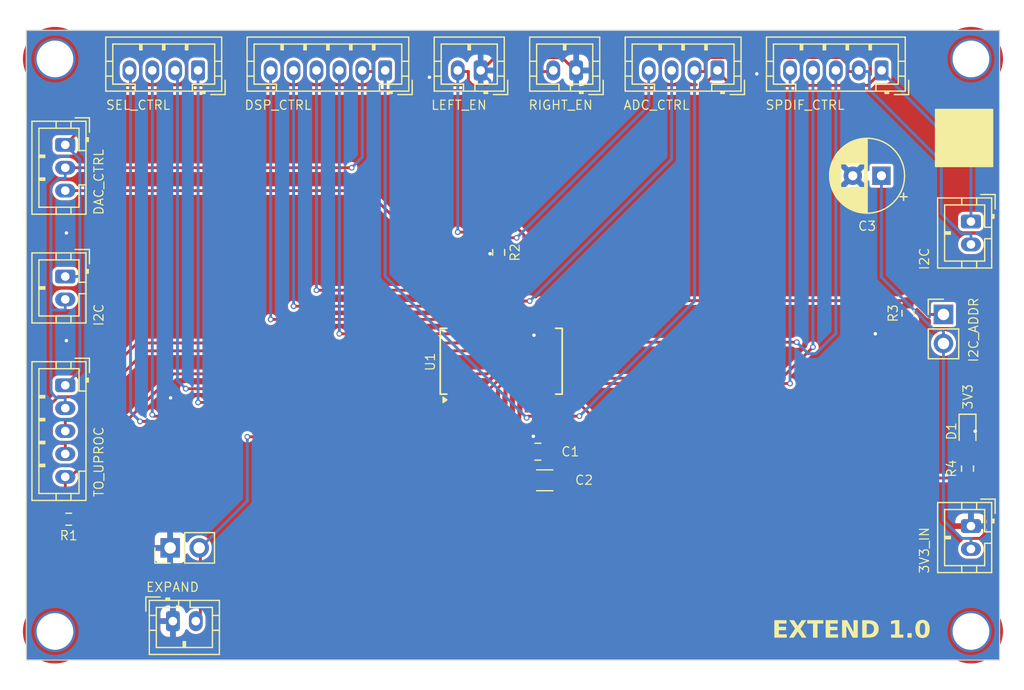
<source format=kicad_pcb>
(kicad_pcb (version 20240108) (generator "pcbnew") (generator_version "8.0")
  (layers (0 "F.Cu" signal) (31 "B.Cu" signal) (34 "B.Paste" user) (35 "F.Paste" user) (36 "B.SilkS" user "B.Silkscreen") (37 "F.SilkS" user "F.Silkscreen") (38 "B.Mask" user) (39 "F.Mask" user) (44 "Edge.Cuts" user))
  (net 0 "")
  (net 1 "GND")
  (net 2 "3V3")
  (net 3 "Net-(D1-A)")
  (net 5 "SCL")
  (net 6 "SDA")
  (net 8 "ADC_GPIO1")
  (net 9 "ADC_INT")
  (net 10 "A2")
  (net 11 "INTB")
  (net 12 "INTA")
  (net 13 "SPDIF_RESET")
  (net 14 "CHANSEL2")
  (net 15 "CHANSEL1")
  (net 16 "CHAN_EN")
  (net 17 "CHANSEL3")
  (net 18 "DSP_EN3")
  (net 19 "DSP_EN2")
  (net 20 "DSP_EN1")
  (net 21 "RESET")
  (net 22 "SPDIF_INT1")
  (net 23 "SPDIF_INT2")
  (net 24 "DSP_BOOT")
  (net 25 "EXPAND")
  (net 26 "MONOBLOCK_ENABLE")
  (net 27 "DAC_XSMT")
  (footprint "Connector_JST:JST_PH_B6B-PH-K_1x06_P2.00mm_Vertical" (layer "F.Cu") (at 117.24 67 180)
    (property "Reference" "J4" (hide yes))
    (property "Value" "Conn_01x06_Pin")
    (pad "1" thru_hole roundrect (at 0 0 180) (size 1.2 1.75) (drill 0.75) (layers "*.Cu" "*.Mask") (roundrect_rratio 0.208333) (net 5 "SCL"))
    (pad "2" thru_hole oval (at 2 0 180) (size 1.2 1.75) (drill 0.75) (layers "*.Cu" "*.Mask") (net 6 "SDA"))
    (pad "3" thru_hole oval (at 4 0 180) (size 1.2 1.75) (drill 0.75) (layers "*.Cu" "*.Mask") (net 20 "DSP_EN1"))
    (pad "4" thru_hole oval (at 6 0 180) (size 1.2 1.75) (drill 0.75) (layers "*.Cu" "*.Mask") (net 19 "DSP_EN2"))
    (pad "5" thru_hole oval (at 8 0 180) (size 1.2 1.75) (drill 0.75) (layers "*.Cu" "*.Mask") (net 18 "DSP_EN3"))
    (pad "6" thru_hole oval (at 10 0 180) (size 1.2 1.75) (drill 0.75) (layers "*.Cu" "*.Mask") (net 24 "DSP_BOOT"))
  )
  (footprint "Connector_JST:JST_PH_B5B-PH-K_1x05_P2.00mm_Vertical" (layer "F.Cu") (at 89.3 94.5 -90)
    (property "Reference" "J2" (hide yes))
    (property "Value" "Conn_01x05_Pin")
    (pad "1" thru_hole roundrect (at 0 0 270) (size 1.2 1.75) (drill 0.75) (layers "*.Cu" "*.Mask") (roundrect_rratio 0.2083333333) (net 5 "SCL"))
    (pad "2" thru_hole oval (at 2 0 270) (size 1.2 1.75) (drill 0.75) (layers "*.Cu" "*.Mask") (net 6 "SDA"))
    (pad "3" thru_hole oval (at 4 0 270) (size 1.2 1.75) (drill 0.75) (layers "*.Cu" "*.Mask") (net 11 "INTB"))
    (pad "4" thru_hole oval (at 6 0 270) (size 1.2 1.75) (drill 0.75) (layers "*.Cu" "*.Mask") (net 12 "INTA"))
    (pad "5" thru_hole oval (at 8 0 270) (size 1.2 1.75) (drill 0.75) (layers "*.Cu" "*.Mask") (net 21 "RESET"))
  )
  (footprint "Capacitor_THT:CP_Radial_D6.3mm_P2.50mm" (layer "F.Cu") (at 160.5824 76.2 180)
    (property "Reference" "C3" (at 1.25 -4.4 0) (layer "F.SilkS") (effects (font (size 0.8 0.8) (thickness 0.1))))
    (property "Value" "470u 10V")
    (pad "1" thru_hole rect (at 0 0 180) (size 1.6 1.6) (drill 0.8) (layers "*.Cu" "*.Mask") (net 2 "3V3"))
    (pad "2" thru_hole circle (at 2.5 0 180) (size 1.6 1.6) (drill 0.8) (layers "*.Cu" "*.Mask") (net 1 "GND"))
  )
  (footprint "Connector_JST:JST_PH_B2B-PH-K_1x02_P2.00mm_Vertical" (layer "F.Cu") (at 98.7 115.1)
    (property "Reference" "J13" (hide yes))
    (property "Value" "Conn_01x02_Male")
    (pad "1" thru_hole roundrect (at 0 0) (size 1.2 1.75) (drill 0.75) (layers "*.Cu" "*.Mask") (roundrect_rratio 0.208333) (net 1 "GND"))
    (pad "2" thru_hole oval (at 2 0) (size 1.2 1.75) (drill 0.75) (layers "*.Cu" "*.Mask") (net 25 "EXPAND"))
  )
  (footprint "MountingHole:MountingHole_3.2mm_M3_DIN965_Pad_TopOnly" (layer "F.Cu") (at 88.4 66 90)
    (property "Reference" "H1" (hide yes))
    (property "Value" "MountingHole")
    (pad "1" thru_hole circle (at 0 0 90) (size 3.6 3.6) (drill 3.2) (layers "*.Cu" "*.Mask"))
    (pad "1" connect circle (at 0 0 90) (size 5.6 5.6) (layers "F.Cu" "F.Mask"))
  )
  (footprint "MountingHole:MountingHole_3.2mm_M3_DIN965_Pad_TopOnly" (layer "F.Cu") (at 88.4 116 90)
    (property "Reference" "H2" (hide yes))
    (property "Value" "MountingHole")
    (pad "1" thru_hole circle (at 0 0 90) (size 3.6 3.6) (drill 3.2) (layers "*.Cu" "*.Mask"))
    (pad "1" connect circle (at 0 0 90) (size 5.6 5.6) (layers "F.Cu" "F.Mask"))
  )
  (footprint "MountingHole:MountingHole_3.2mm_M3_DIN965_Pad_TopOnly" (layer "F.Cu") (at 168.4 66 90)
    (property "Reference" "H3" (hide yes))
    (property "Value" "MountingHole")
    (pad "1" thru_hole circle (at 0 0 90) (size 3.6 3.6) (drill 3.2) (layers "*.Cu" "*.Mask"))
    (pad "1" connect circle (at 0 0 90) (size 5.6 5.6) (layers "F.Cu" "F.Mask"))
  )
  (footprint "Connector_JST:JST_PH_B2B-PH-K_1x02_P2.00mm_Vertical" (layer "F.Cu") (at 89.3 85 -90)
    (property "Reference" "J1" (hide yes))
    (property "Value" "Conn_01x02_Male")
    (pad "1" thru_hole roundrect (at 0 0 270) (size 1.2 1.75) (drill 0.75) (layers "*.Cu" "*.Mask") (roundrect_rratio 0.208333) (net 5 "SCL"))
    (pad "2" thru_hole oval (at 2 0 270) (size 1.2 1.75) (drill 0.75) (layers "*.Cu" "*.Mask") (net 6 "SDA"))
  )
  (footprint "Connector_JST:JST_PH_B5B-PH-K_1x05_P2.00mm_Vertical" (layer "F.Cu") (at 160.6 67 180)
    (property "Reference" "J8" (hide yes))
    (property "Value" "Conn_01x05_Pin")
    (pad "1" thru_hole roundrect (at 0 0 180) (size 1.2 1.75) (drill 0.75) (layers "*.Cu" "*.Mask") (roundrect_rratio 0.208333) (net 5 "SCL"))
    (pad "2" thru_hole oval (at 2 0 180) (size 1.2 1.75) (drill 0.75) (layers "*.Cu" "*.Mask") (net 6 "SDA"))
    (pad "3" thru_hole oval (at 4 0 180) (size 1.2 1.75) (drill 0.75) (layers "*.Cu" "*.Mask") (net 22 "SPDIF_INT1"))
    (pad "4" thru_hole oval (at 6 0 180) (size 1.2 1.75) (drill 0.75) (layers "*.Cu" "*.Mask") (net 23 "SPDIF_INT2"))
    (pad "5" thru_hole oval (at 8 0 180) (size 1.2 1.75) (drill 0.75) (layers "*.Cu" "*.Mask") (net 13 "SPDIF_RESET"))
  )
  (footprint "Connector_JST:JST_PH_B4B-PH-K_1x04_P2.00mm_Vertical" (layer "F.Cu") (at 100.9 67 180)
    (property "Reference" "J3" (hide yes))
    (property "Value" "Conn_01x04_Pin")
    (pad "1" thru_hole roundrect (at 0 0 180) (size 1.2 1.75) (drill 0.75) (layers "*.Cu" "*.Mask") (roundrect_rratio 0.208333) (net 15 "CHANSEL1"))
    (pad "2" thru_hole oval (at 2 0 180) (size 1.2 1.75) (drill 0.75) (layers "*.Cu" "*.Mask") (net 14 "CHANSEL2"))
    (pad "3" thru_hole oval (at 4 0 180) (size 1.2 1.75) (drill 0.75) (layers "*.Cu" "*.Mask") (net 17 "CHANSEL3"))
    (pad "4" thru_hole oval (at 6 0 180) (size 1.2 1.75) (drill 0.75) (layers "*.Cu" "*.Mask") (net 16 "CHAN_EN"))
  )
  (footprint "Connector_PinHeader_2.54mm:PinHeader_1x02_P2.54mm_Vertical" (layer "F.Cu") (at 98.46 108.7 90)
    (property "Reference" "J14" (hide yes))
    (property "Value" "Conn_01x02_Male")
    (pad "1" thru_hole rect (at 0 0 90) (size 1.7 1.7) (drill 1) (layers "*.Cu" "*.Mask") (net 1 "GND"))
    (pad "2" thru_hole oval (at 0 2.54 90) (size 1.7 1.7) (drill 1) (layers "*.Cu" "*.Mask") (net 25 "EXPAND"))
  )
  (footprint "Connector_JST:JST_PH_B2B-PH-K_1x02_P2.00mm_Vertical" (layer "F.Cu") (at 125.58 67 180)
    (property "Reference" "J5" (hide yes))
    (property "Value" "Conn_01x02_Male")
    (pad "1" thru_hole roundrect (at 0 0 180) (size 1.2 1.75) (drill 0.75) (layers "*.Cu" "*.Mask") (roundrect_rratio 0.208333) (net 1 "GND"))
    (pad "2" thru_hole oval (at 2 0 180) (size 1.2 1.75) (drill 0.75) (layers "*.Cu" "*.Mask") (net 26 "MONOBLOCK_ENABLE"))
  )
  (footprint "Connector_JST:JST_PH_B4B-PH-K_1x04_P2.00mm_Vertical" (layer "F.Cu") (at 146.26 67 180)
    (property "Reference" "J7" (hide yes))
    (property "Value" "Conn_01x04_Pin")
    (pad "1" thru_hole roundrect (at 0 0 180) (size 1.2 1.75) (drill 0.75) (layers "*.Cu" "*.Mask") (roundrect_rratio 0.208333) (net 5 "SCL"))
    (pad "2" thru_hole oval (at 2 0 180) (size 1.2 1.75) (drill 0.75) (layers "*.Cu" "*.Mask") (net 6 "SDA"))
    (pad "3" thru_hole oval (at 4 0 180) (size 1.2 1.75) (drill 0.75) (layers "*.Cu" "*.Mask") (net 8 "ADC_GPIO1"))
    (pad "4" thru_hole oval (at 6 0 180) (size 1.2 1.75) (drill 0.75) (layers "*.Cu" "*.Mask") (net 9 "ADC_INT"))
  )
  (footprint "Resistor_SMD:R_0603_1608Metric_Pad0.98x0.95mm_HandSolder" (layer "F.Cu") (at 127.15 82.9 -90)
    (property "Reference" "R2" (at 0 -1.43 90) (layer "F.SilkS") (effects (font (size 0.8 0.8) (thickness 0.1))))
    (property "Value" "4.7K")
    (pad "1" smd roundrect (at -0.9125 0 270) (size 0.975 0.95) (layers "F.Cu" "F.Paste" "F.Mask") (net 1 "GND"))
    (pad "2" smd roundrect (at 0.9125 0 270) (size 0.975 0.95) (layers "F.Cu" "F.Paste" "F.Mask") (net 26 "MONOBLOCK_ENABLE"))
  )
  (footprint "Resistor_SMD:R_0603_1608Metric" (layer "F.Cu") (at 168.1 101.775 -90)
    (property "Reference" "R4" (at 0 1.4 90) (layer "F.SilkS") (effects (font (size 0.8 0.8) (thickness 0.1))))
    (property "Value" "150R")
    (pad "1" smd roundrect (at -0.825 0 270) (size 0.8 0.95) (layers "F.Cu" "F.Paste" "F.Mask") (net 3 "Net-(D1-A)"))
    (pad "2" smd roundrect (at 0.825 0 270) (size 0.8 0.95) (layers "F.Cu" "F.Paste" "F.Mask") (net 2 "3V3"))
  )
  (footprint "Connector_JST:JST_PH_B2B-PH-K_1x02_P2.00mm_Vertical" (layer "F.Cu") (at 168.4 80.2 -90)
    (property "Reference" "J10" (hide yes))
    (property "Value" "Conn_01x02_Male")
    (pad "1" thru_hole roundrect (at 0 0 270) (size 1.2 1.75) (drill 0.75) (layers "*.Cu" "*.Mask") (roundrect_rratio 0.208333) (net 5 "SCL"))
    (pad "2" thru_hole oval (at 2 0 270) (size 1.2 1.75) (drill 0.75) (layers "*.Cu" "*.Mask") (net 6 "SDA"))
  )
  (footprint "Connector_JST:JST_PH_B2B-PH-K_1x02_P2.00mm_Vertical" (layer "F.Cu") (at 133.92 67 180)
    (property "Reference" "J6" (hide yes))
    (property "Value" "Conn_01x02_Male")
    (pad "1" thru_hole roundrect (at 0 0 180) (size 1.2 1.75) (drill 0.75) (layers "*.Cu" "*.Mask") (roundrect_rratio 0.208333) (net 1 "GND"))
    (pad "2" thru_hole oval (at 2 0 180) (size 1.2 1.75) (drill 0.75) (layers "*.Cu" "*.Mask") (net 26 "MONOBLOCK_ENABLE"))
  )
  (footprint "Capacitor_SMD:C_0805_2012Metric_Pad1.18x1.45mm_HandSolder" (layer "F.Cu") (at 130.575 100.3 180)
    (property "Reference" "C1" (at -2.8375 0 0) (layer "F.SilkS") (effects (font (size 0.8 0.8) (thickness 0.1))))
    (property "Value" "0.1u")
    (pad "1" smd roundrect (at -1.0375 0 180) (size 1.175 1.45) (layers "F.Cu" "F.Paste" "F.Mask") (roundrect_rratio 0.2127659574) (net 1 "GND"))
    (pad "2" smd roundrect (at 1.0375 0 180) (size 1.175 1.45) (layers "F.Cu" "F.Paste" "F.Mask") (roundrect_rratio 0.2127659574) (net 2 "3V3"))
  )
  (footprint "Connector_JST:JST_PH_B2B-PH-K_1x02_P2.00mm_Vertical" (layer "F.Cu") (at 168.4 106.8 -90)
    (property "Reference" "J11" (hide yes))
    (property "Value" "Conn_01x02_Pin")
    (pad "1" thru_hole roundrect (at 0 0 270) (size 1.2 1.75) (drill 0.75) (layers "*.Cu" "*.Mask") (roundrect_rratio 0.208333) (net 1 "GND"))
    (pad "2" thru_hole oval (at 2 0 270) (size 1.2 1.75) (drill 0.75) (layers "*.Cu" "*.Mask") (net 2 "3V3"))
  )
  (footprint "Resistor_SMD:R_0603_1608Metric_Pad0.98x0.95mm_HandSolder" (layer "F.Cu") (at 89.6 106.2 180)
    (property "Reference" "R1" (at 0 -1.43 0) (layer "F.SilkS") (effects (font (size 0.8 0.8) (thickness 0.1))))
    (property "Value" "4.7K")
    (pad "1" smd roundrect (at -0.9125 0 180) (size 0.975 0.95) (layers "F.Cu" "F.Paste" "F.Mask") (net 1 "GND"))
    (pad "2" smd roundrect (at 0.9125 0 180) (size 0.975 0.95) (layers "F.Cu" "F.Paste" "F.Mask") (net 21 "RESET"))
  )
  (footprint "Capacitor_SMD:C_1206_3216Metric_Pad1.33x1.80mm_HandSolder" (layer "F.Cu") (at 131.175 102.8 180)
    (property "Reference" "C2" (at -3.4375 0.02 0) (layer "F.SilkS") (effects (font (size 0.8 0.8) (thickness 0.1))))
    (property "Value" "10U")
    (pad "1" smd roundrect (at -1.5625 0 180) (size 1.325 1.8) (layers "F.Cu" "F.Paste" "F.Mask") (roundrect_rratio 0.1886792453) (net 1 "GND"))
    (pad "2" smd roundrect (at 1.5625 0 180) (size 1.325 1.8) (layers "F.Cu" "F.Paste" "F.Mask") (roundrect_rratio 0.1886792453) (net 2 "3V3"))
  )
  (footprint "LED_SMD:LED_0603_1608Metric" (layer "F.Cu") (at 168.1 98.5125 -90)
    (property "Reference" "D1" (at 0 1.4 90) (layer "F.SilkS") (effects (font (size 0.8 0.8) (thickness 0.1))))
    (property "Value" "BLUE")
    (pad "1" smd roundrect (at -0.7875 0 270) (size 0.875 0.95) (layers "F.Cu" "F.Paste" "F.Mask") (net 1 "GND"))
    (pad "2" smd roundrect (at 0.7875 0 270) (size 0.875 0.95) (layers "F.Cu" "F.Paste" "F.Mask") (net 3 "Net-(D1-A)"))
  )
  (footprint "MountingHole:MountingHole_3.2mm_M3_DIN965_Pad_TopOnly" (layer "F.Cu") (at 168.4 116 90)
    (property "Reference" "H4" (hide yes))
    (property "Value" "MountingHole")
    (pad "1" thru_hole circle (at 0 0 90) (size 3.6 3.6) (drill 3.2) (layers "*.Cu" "*.Mask"))
    (pad "1" connect circle (at 0 0 90) (size 5.6 5.6) (layers "F.Cu" "F.Mask"))
  )
  (footprint "Connector_PinHeader_2.54mm:PinHeader_1x02_P2.54mm_Vertical" (layer "F.Cu") (at 166 88.3125)
    (property "Reference" "J9" (hide yes))
    (property "Value" "Conn_01x02_Pin")
    (pad "1" thru_hole rect (at 0 0) (size 1.7 1.7) (drill 1) (layers "*.Cu" "*.Mask") (net 10 "A2"))
    (pad "2" thru_hole oval (at 0 2.54) (size 1.7 1.7) (drill 1) (layers "*.Cu" "*.Mask") (net 2 "3V3"))
  )
  (footprint "Connector_JST:JST_PH_B3B-PH-K_1x03_P2.00mm_Vertical" (layer "F.Cu") (at 89.3 73.5 -90)
    (property "Reference" "J12" (hide yes))
    (property "Value" "Conn_01x03_Pin")
    (pad "1" thru_hole roundrect (at 0 0 270) (size 1.2 1.75) (drill 0.75) (layers "*.Cu" "*.Mask") (roundrect_rratio 0.208333) (net 5 "SCL"))
    (pad "2" thru_hole oval (at 2 0 270) (size 1.2 1.75) (drill 0.75) (layers "*.Cu" "*.Mask") (net 6 "SDA"))
    (pad "3" thru_hole oval (at 4 0 270) (size 1.2 1.75) (drill 0.75) (layers "*.Cu" "*.Mask") (net 27 "DAC_XSMT"))
  )
  (footprint "Package_SO:SSOP-28_5.3x10.2mm_P0.65mm" (layer "F.Cu") (at 127.375 92.4 90)
    (property "Reference" "U1" (at -0.0625 -6.2 90) (layer "F.SilkS") (effects (font (size 0.8 0.8) (thickness 0.1))))
    (property "Value" "MCP23017_SS")
    (pad "1" smd rect (at -3.6 -4.225 90) (size 1.75 0.45) (layers "F.Cu" "F.Paste" "F.Mask") (net 15 "CHANSEL1"))
    (pad "2" smd rect (at -3.6 -3.575 90) (size 1.75 0.45) (layers "F.Cu" "F.Paste" "F.Mask") (net 14 "CHANSEL2"))
    (pad "3" smd rect (at -3.6 -2.925 90) (size 1.75 0.45) (layers "F.Cu" "F.Paste" "F.Mask") (net 17 "CHANSEL3"))
    (pad "4" smd rect (at -3.6 -2.275 90) (size 1.75 0.45) (layers "F.Cu" "F.Paste" "F.Mask") (net 16 "CHAN_EN"))
    (pad "5" smd rect (at -3.6 -1.625 90) (size 1.75 0.45) (layers "F.Cu" "F.Paste" "F.Mask") (net 25 "EXPAND"))
    (pad "6" smd rect (at -3.6 -0.975 90) (size 1.75 0.45) (layers "F.Cu" "F.Paste" "F.Mask") (net 22 "SPDIF_INT1"))
    (pad "7" smd rect (at -3.6 -0.325 90) (size 1.75 0.45) (layers "F.Cu" "F.Paste" "F.Mask") (net 23 "SPDIF_INT2"))
    (pad "8" smd rect (at -3.6 0.325 90) (size 1.75 0.45) (layers "F.Cu" "F.Paste" "F.Mask") (net 13 "SPDIF_RESET"))
    (pad "9" smd rect (at -3.6 0.975 90) (size 1.75 0.45) (layers "F.Cu" "F.Paste" "F.Mask") (net 2 "3V3"))
    (pad "10" smd rect (at -3.6 1.625 90) (size 1.75 0.45) (layers "F.Cu" "F.Paste" "F.Mask") (net 1 "GND"))
    (pad "11" smd rect (at -3.6 2.275 90) (size 1.75 0.45) (layers "F.Cu" "F.Paste" "F.Mask"))
    (pad "12" smd rect (at -3.6 2.925 90) (size 1.75 0.45) (layers "F.Cu" "F.Paste" "F.Mask") (net 5 "SCL"))
    (pad "13" smd rect (at -3.6 3.575 90) (size 1.75 0.45) (layers "F.Cu" "F.Paste" "F.Mask") (net 6 "SDA"))
    (pad "14" smd rect (at -3.6 4.225 90) (size 1.75 0.45) (layers "F.Cu" "F.Paste" "F.Mask"))
    (pad "15" smd rect (at 3.6 4.225 90) (size 1.75 0.45) (layers "F.Cu" "F.Paste" "F.Mask") (net 1 "GND"))
    (pad "16" smd rect (at 3.6 3.575 90) (size 1.75 0.45) (layers "F.Cu" "F.Paste" "F.Mask") (net 1 "GND"))
    (pad "17" smd rect (at 3.6 2.925 90) (size 1.75 0.45) (layers "F.Cu" "F.Paste" "F.Mask") (net 10 "A2"))
    (pad "18" smd rect (at 3.6 2.275 90) (size 1.75 0.45) (layers "F.Cu" "F.Paste" "F.Mask") (net 21 "RESET"))
    (pad "19" smd rect (at 3.6 1.625 90) (size 1.75 0.45) (layers "F.Cu" "F.Paste" "F.Mask") (net 11 "INTB"))
    (pad "20" smd rect (at 3.6 0.975 90) (size 1.75 0.45) (layers "F.Cu" "F.Paste" "F.Mask") (net 12 "INTA"))
    (pad "21" smd rect (at 3.6 0.325 90) (size 1.75 0.45) (layers "F.Cu" "F.Paste" "F.Mask") (net 8 "ADC_GPIO1"))
    (pad "22" smd rect (at 3.6 -0.325 90) (size 1.75 0.45) (layers "F.Cu" "F.Paste" "F.Mask") (net 9 "ADC_INT"))
    (pad "23" smd rect (at 3.6 -0.975 90) (size 1.75 0.45) (layers "F.Cu" "F.Paste" "F.Mask") (net 26 "MONOBLOCK_ENABLE"))
    (pad "24" smd rect (at 3.6 -1.625 90) (size 1.75 0.45) (layers "F.Cu" "F.Paste" "F.Mask") (net 27 "DAC_XSMT"))
    (pad "25" smd rect (at 3.6 -2.275 90) (size 1.75 0.45) (layers "F.Cu" "F.Paste" "F.Mask") (net 20 "DSP_EN1"))
    (pad "26" smd rect (at 3.6 -2.925 90) (size 1.75 0.45) (layers "F.Cu" "F.Paste" "F.Mask") (net 19 "DSP_EN2"))
    (pad "27" smd rect (at 3.6 -3.575 90) (size 1.75 0.45) (layers "F.Cu" "F.Paste" "F.Mask") (net 18 "DSP_EN3"))
    (pad "28" smd rect (at 3.6 -4.225 90) (size 1.75 0.45) (layers "F.Cu" "F.Paste" "F.Mask") (net 24 "DSP_BOOT"))
  )
  (footprint "Resistor_SMD:R_0603_1608Metric_Pad0.98x0.95mm_HandSolder" (layer "F.Cu") (at 162.9 88.2125 -90)
    (property "Reference" "R3" (at 0 1.3 90) (layer "F.SilkS") (effects (font (size 0.8 0.8) (thickness 0.1))))
    (property "Value" "4.7K")
    (pad "1" smd roundrect (at -0.9125 0 270) (size 0.975 0.95) (layers "F.Cu" "F.Paste" "F.Mask") (net 10 "A2"))
    (pad "2" smd roundrect (at 0.9125 0 270) (size 0.975 0.95) (layers "F.Cu" "F.Paste" "F.Mask") (net 1 "GND"))
  )
  (gr_rect (start 165.3 70.4) (end 170.3 75.4) (stroke (width 0.1)) (fill solid) (layer "F.SilkS"))
  (gr_line (start 170.9 63.5) (end 170.9 118.5) (stroke (width 0.1)) (layer "Edge.Cuts"))
  (gr_line (start 85.9 63.5) (end 170.9 63.5) (stroke (width 0.1)) (layer "Edge.Cuts"))
  (gr_line (start 85.9 118.5) (end 85.9 63.5) (stroke (width 0.1)) (layer "Edge.Cuts"))
  (gr_line (start 170.9 118.5) (end 85.9 118.5) (stroke (width 0.1)) (layer "Edge.Cuts"))
  (gr_text "ADC_CTRL" (at 138 70.5 0) (layer "F.SilkS") (effects (font (size 0.8 0.8) (thickness 0.1)) (justify left bottom)))
  (gr_text "RIGHT_EN\n" (at 129.7 70.5 0) (layer "F.SilkS") (effects (font (size 0.8 0.8) (thickness 0.1)) (justify left bottom)))
  (gr_text "3V3" (at 168.599979 96.675 90) (layer "F.SilkS") (effects (font (size 0.8 0.8) (thickness 0.1)) (justify left bottom)))
  (gr_text "SPDIF_CTRL" (at 150.4 70.5 0) (layer "F.SilkS") (effects (font (size 0.8 0.8) (thickness 0.1)) (justify left bottom)))
  (gr_text "LEFT_EN" (at 121.2 70.5 0) (layer "F.SilkS") (effects (font (size 0.8 0.8) (thickness 0.1)) (justify left bottom)))
  (gr_text "SEL_CTRL" (at 92.8 70.5 0) (layer "F.SilkS") (effects (font (size 0.8 0.8) (thickness 0.1)) (justify left bottom)))
  (gr_text "I2C" (at 92.7 89.4 90) (layer "F.SilkS") (effects (font (size 0.8 0.8) (thickness 0.1)) (justify left bottom)))
  (gr_text "I2C_ADDR" (at 169.1 92.5525 90) (layer "F.SilkS") (effects (font (size 0.8 0.8) (thickness 0.1)) (justify left bottom)))
  (gr_text "I2C" (at 164.8 84.5 90) (layer "F.SilkS") (effects (font (size 0.8 0.8) (thickness 0.1)) (justify left bottom)))
  (gr_text "3V3_IN" (at 164.8 111 90) (layer "F.SilkS") (effects (font (size 0.8 0.8) (thickness 0.1)) (justify left bottom)))
  (gr_text "EXTEND 1.0" (at 164.9 116.8 0) (layer "F.SilkS") (effects (font (size 1.5 1.5) (thickness 0.1) (bold yes)) (justify right bottom)))
  (gr_text "DSP_CTRL" (at 104.9 70.5 0) (layer "F.SilkS") (effects (font (size 0.8 0.8) (thickness 0.1)) (justify left bottom)))
  (gr_text "DAC_CTRL" (at 92.7 79.7 90) (layer "F.SilkS") (effects (font (size 0.8 0.8) (thickness 0.1)) (justify left bottom)))
  (gr_text "TO_UPROC" (at 92.7 104.325 90) (layer "F.SilkS") (effects (font (size 0.8 0.8) (thickness 0.1)) (justify left bottom)))
  (gr_text "EXPAND" (at 96.3 112.6 0) (layer "F.SilkS") (effects (font (size 0.8 0.8) (thickness 0.1)) (justify left bottom)))
  (segment (start 162.9 89.125) (end 162.0233 90.0017) (width 0.25) (layer "F.Cu") (net 1))
  (segment (start 131.6 90.0017) (end 130.3638 90.0017) (width 0.25) (layer "F.Cu") (net 1))
  (segment (start 126.3998 83.0144) (end 126.3998 82.7377) (width 0.25) (layer "F.Cu") (net 1))
  (segment (start 126.3998 82.7377) (end 127.15 81.9875) (width 0.25) (layer "F.Cu") (net 1))
  (segment (start 130.3638 90.0017) (end 130.2377 90.1278) (width 0.25) (layer "F.Cu") (net 1))
  (segment (start 130.95 87.5983) (end 131.6 87.5983) (width 0.25) (layer "F.Cu") (net 1))
  (segment (start 132.7162 65.8962) (end 133.92 67.1) (width 0.25) (layer "F.Cu") (net 1))
  (segment (start 131.6125 100.3) (end 130.2695 98.957) (width 0.25) (layer "F.Cu") (net 1))
  (segment (start 126.7838 65.8962) (end 132.7162 65.8962) (width 0.25) (layer "F.Cu") (net 1))
  (segment (start 129 97.7763) (end 130.1807 98.957) (width 0.25) (layer "F.Cu") (net 1))
  (segment (start 168.7682 98.5134) (end 168.7682 98.3932) (width 0.25) (layer "F.Cu") (net 1))
  (segment (start 131.6 88.8) (end 131.6 87.5983) (width 0.25) (layer "F.Cu") (net 1))
  (segment (start 131.6125 101.675) (end 131.6125 100.3) (width 0.25) (layer "F.Cu") (net 1))
  (segment (start 168.7682 98.3932) (end 168.1 97.725) (width 0.25) (layer "F.Cu") (net 1))
  (segment (start 90.5125 106.2) (end 129.3375 106.2) (width 0.25) (layer "F.Cu") (net 1))
  (segment (start 129.3375 106.2) (end 132.7375 102.8) (width 0.25) (layer "F.Cu") (net 1))
  (segment (start 129 96) (end 129 97.7763) (width 0.25) (layer "F.Cu") (net 1))
  (segment (start 132.7375 102.8) (end 131.6125 101.675) (width 0.25) (layer "F.Cu") (net 1))
  (segment (start 130.95 88.8) (end 130.95 87.5983) (width 0.25) (layer "F.Cu") (net 1))
  (segment (start 131.6 88.8) (end 131.6 90.0017) (width 0.25) (layer "F.Cu") (net 1))
  (segment (start 162.0233 91.6483) (end 162.0233 90.0017) (width 0.25) (layer "F.Cu") (net 1))
  (segment (start 130.2695 98.957) (end 130.1807 98.957) (width 0.25) (layer "F.Cu") (net 1))
  (segment (start 162.0233 90.0017) (end 160.0462 90.0017) (width 0.25) (layer "F.Cu") (net 1))
  (segment (start 168.1 97.725) (end 162.0233 91.6483) (width 0.25) (layer "F.Cu") (net 1))
  (segment (start 160.0462 90.0017) (end 131.6 90.0017) (width 0.25) (layer "F.Cu") (net 1))
  (segment (start 125.58 67.1) (end 126.7838 65.8962) (width 0.25) (layer "F.Cu") (net 1))
  (via (at 160.0462 90.0017) (size 0.5) (drill 0.3) (layers "F.Cu" "B.Cu") (net 1))
  (via (at 130.1807 98.957) (size 0.5) (drill 0.3) (layers "F.Cu" "B.Cu") (net 1))
  (via (at 89.4 81.2) (size 0.5) (drill 0.3) (layers "F.Cu" "B.Cu") (net 1))
  (via (at 121.1 67.6) (size 0.5) (drill 0.3) (layers "F.Cu" "B.Cu") (net 1))
  (via (at 130.2377 90.1278) (size 0.5) (drill 0.3) (layers "F.Cu" "B.Cu") (net 1))
  (via (at 149.7 67.3) (size 0.5) (drill 0.3) (layers "F.Cu" "B.Cu") (net 1))
  (via (at 168.7682 98.5134) (size 0.5) (drill 0.3) (layers "F.Cu" "B.Cu") (net 1))
  (via (at 98.5 95.6) (size 0.5) (drill 0.3) (layers "F.Cu" "B.Cu") (net 1))
  (via (at 126.3998 83.0144) (size 0.5) (drill 0.3) (layers "F.Cu" "B.Cu") (net 1))
  (via (at 89.4 90.6) (size 0.5) (drill 0.3) (layers "F.Cu" "B.Cu") (net 1))
  (segment (start 168.4 98.8816) (end 168.7682 98.5134) (width 0.25) (layer "B.Cu") (net 1))
  (segment (start 130.1807 90.1278) (end 130.2377 90.1278) (width 0.25) (layer "B.Cu") (net 1))
  (segment (start 158.0824 76.2) (end 160.0462 78.1638) (width 0.25) (layer "B.Cu") (net 1))
  (segment (start 126.3998 83.0144) (end 126.3998 86.3469) (width 0.25) (layer "B.Cu") (net 1))
  (segment (start 168.4 106.8) (end 168.4 98.8816) (width 0.25) (layer "B.Cu") (net 1))
  (segment (start 160.0462 78.1638) (end 160.0462 90.0017) (width 0.25) (layer "B.Cu") (net 1))
  (segment (start 130.1807 90.1278) (end 130.1807 98.957) (width 0.25) (layer "B.Cu") (net 1))
  (segment (start 126.3998 86.3469) (end 130.1807 90.1278) (width 0.25) (layer "B.Cu") (net 1))
  (segment (start 126.3998 67.9198) (end 126.3998 83.0144) (width 0.25) (layer "B.Cu") (net 1))
  (segment (start 125.58 67.1) (end 126.3998 67.9198) (width 0.25) (layer "B.Cu") (net 1))
  (segment (start 129.5375 100.3) (end 128.35 99.1125) (width 0.25) (layer "F.Cu") (net 2))
  (segment (start 128.35 96) (end 128.35 94.7983) (width 0.25) (layer "F.Cu") (net 2))
  (segment (start 140.696 102.6) (end 132.8943 94.7983) (width 0.25) (layer "F.Cu") (net 2))
  (segment (start 168.4 107.8733) (end 169.1929 107.8733) (width 0.25) (layer "F.Cu") (net 2))
  (segment (start 132.8943 94.7983) (end 128.35 94.7983) (width 0.25) (layer "F.Cu") (net 2))
  (segment (start 129.5375 102.725) (end 129.5375 100.3) (width 0.25) (layer "F.Cu") (net 2))
  (segment (start 168.4 108.8) (end 168.4 107.8733) (width 0.25) (layer "F.Cu") (net 2))
  (segment (start 169.6068 104.1068) (end 168.1 102.6) (width 0.25) (layer "F.Cu") (net 2))
  (segment (start 128.35 99.1125) (end 128.35 96) (width 0.25) (layer "F.Cu") (net 2))
  (segment (start 129.6125 102.8) (end 129.5375 102.725) (width 0.25) (layer "F.Cu") (net 2))
  (segment (start 168.1 102.6) (end 140.696 102.6) (width 0.25) (layer "F.Cu") (net 2))
  (segment (start 169.1929 107.8733) (end 169.6068 107.4594) (width 0.25) (layer "F.Cu") (net 2))
  (segment (start 169.6068 107.4594) (end 169.6068 104.1068) (width 0.25) (layer "F.Cu") (net 2))
  (segment (start 165.191 89.6758) (end 160.5824 85.0672) (width 0.25) (layer "B.Cu") (net 2))
  (segment (start 168.4 108.8) (end 168.4 107.8733) (width 0.25) (layer "B.Cu") (net 2))
  (segment (start 166 106.2842) (end 166 90.8525) (width 0.25) (layer "B.Cu") (net 2))
  (segment (start 168.4 107.8733) (end 167.5891 107.8733) (width 0.25) (layer "B.Cu") (net 2))
  (segment (start 166 89.6758) (end 165.191 89.6758) (width 0.25) (layer "B.Cu") (net 2))
  (segment (start 166 90.8525) (end 166 89.6758) (width 0.25) (layer "B.Cu") (net 2))
  (segment (start 160.5824 85.0672) (end 160.5824 76.2) (width 0.25) (layer "B.Cu") (net 2))
  (segment (start 167.5891 107.8733) (end 166 106.2842) (width 0.25) (layer "B.Cu") (net 2))
  (segment (start 168.1 99.3) (end 168.1 100.95) (width 0.25) (layer "F.Cu") (net 3))
  (segment (start 159.3941 68.3059) (end 160.6 67.1) (width 0.25) (layer "F.Cu") (net 5))
  (segment (start 129.7336 97.2017) (end 129.5937 97.3416) (width 0.25) (layer "F.Cu") (net 5))
  (segment (start 94.0382 68.7618) (end 117.24 68.7618) (width 0.25) (layer "F.Cu") (net 5))
  (segment (start 147.4659 68.3059) (end 159.3941 68.3059) (width 0.25) (layer "F.Cu") (net 5))
  (segment (start 146.26 67.1) (end 147.4659 68.3059) (width 0.25) (layer "F.Cu") (net 5))
  (segment (start 130.3 96) (end 130.3 97.2017) (width 0.25) (layer "F.Cu") (net 5))
  (segment (start 144.5982 68.7618) (end 117.24 68.7618) (width 0.25) (layer "F.Cu") (net 5))
  (segment (start 130.3 97.2017) (end 129.7336 97.2017) (width 0.25) (layer "F.Cu") (net 5))
  (segment (start 117.24 68.7618) (end 117.24 67.1) (width 0.25) (layer "F.Cu") (net 5))
  (segment (start 89.3 73.5) (end 94.0382 68.7618) (width 0.25) (layer "F.Cu") (net 5))
  (segment (start 146.26 67.1) (end 144.5982 68.7618) (width 0.25) (layer "F.Cu") (net 5))
  (via (at 129.5937 97.3416) (size 0.5) (drill 0.3) (layers "F.Cu" "B.Cu") (net 5))
  (segment (start 90.5706 74.7706) (end 89.3 73.5) (width 0.25) (layer "B.Cu") (net 5))
  (segment (start 117.24 67.1) (end 117.24 84.9879) (width 0.25) (layer "B.Cu") (net 5))
  (segment (start 160.6 67.1) (end 168.4 74.9) (width 0.25) (layer "B.Cu") (net 5))
  (segment (start 89.3 94.5) (end 90.5706 93.2294) (width 0.25) (layer "B.Cu") (net 5))
  (segment (start 90.5706 93.2294) (end 90.5706 85) (width 0.25) (layer "B.Cu") (net 5))
  (segment (start 89.3 85) (end 90.5706 85) (width 0.25) (layer "B.Cu") (net 5))
  (segment (start 90.5706 85) (end 90.5706 74.7706) (width 0.25) (layer "B.Cu") (net 5))
  (segment (start 117.24 84.9879) (end 129.5937 97.3416) (width 0.25) (layer "B.Cu") (net 5))
  (segment (start 168.4 74.9) (end 168.4 80.2) (width 0.25) (layer "B.Cu") (net 5))
  (segment (start 145.1867 67.1) (end 145.1867 66.2891) (width 0.25) (layer "F.Cu") (net 6))
  (segment (start 116.1667 66.2891) (end 116.1667 67.1) (width 0.25) (layer "F.Cu") (net 6))
  (segment (start 145.5972 65.8786) (end 157.0311 65.8786) (width 0.25) (layer "F.Cu") (net 6))
  (segment (start 144.26 67.1) (end 145.1867 67.1) (width 0.25) (layer "F.Cu") (net 6))
  (segment (start 158.6 67.1) (end 157.6733 67.1) (width 0.25) (layer "F.Cu") (net 6))
  (segment (start 157.6733 66.5208) (end 157.6733 67.1) (width 0.25) (layer "F.Cu") (net 6))
  (segment (start 157.0311 65.8786) (end 157.6733 66.5208) (width 0.25) (layer "F.Cu") (net 6))
  (segment (start 89.3 75.5) (end 114.3133 75.5) (width 0.25) (layer "F.Cu") (net 6))
  (segment (start 145.1867 66.2891) (end 145.5972 65.8786) (width 0.25) (layer "F.Cu") (net 6))
  (segment (start 130.95 97.2017) (end 134.2046 97.2017) (width 0.25) (layer "F.Cu") (net 6))
  (segment (start 130.95 96) (end 130.95 97.2017) (width 0.25) (layer "F.Cu") (net 6))
  (segment (start 115.24 67.1) (end 116.1667 67.1) (width 0.25) (layer "F.Cu") (net 6))
  (segment (start 144.3187 65.4211) (end 117.0347 65.4211) (width 0.25) (layer "F.Cu") (net 6))
  (segment (start 117.0347 65.4211) (end 116.1667 66.2891) (width 0.25) (layer "F.Cu") (net 6))
  (segment (start 145.1867 66.2891) (end 144.3187 65.4211) (width 0.25) (layer "F.Cu") (net 6))
  (via (at 114.3133 75.5) (size 0.5) (drill 0.3) (layers "F.Cu" "B.Cu") (net 6))
  (via (at 134.2046 97.2017) (size 0.5) (drill 0.3) (layers "F.Cu" "B.Cu") (net 6))
  (segment (start 88.4891 95.5733) (end 88.0468 95.131) (width 0.25) (layer "B.Cu") (net 6))
  (segment (start 88.7208 76.4267) (end 89.3 76.4267) (width 0.25) (layer "B.Cu") (net 6))
  (segment (start 144.26 87.1463) (end 134.2046 97.2017) (width 0.25) (layer "B.Cu") (net 6))
  (segment (start 159.5267 67.1) (end 159.5267 68.6654) (width 0.25) (layer "B.Cu") (net 6))
  (segment (start 144.26 67.1) (end 144.26 87.1463) (width 0.25) (layer "B.Cu") (net 6))
  (segment (start 88.0468 87.9267) (end 88.0468 77.1007) (width 0.25) (layer "B.Cu") (net 6))
  (segment (start 89.3 96.5) (end 89.3 95.5733) (width 0.25) (layer "B.Cu") (net 6))
  (segment (start 89.3 75.5) (end 89.3 76.4267) (width 0.25) (layer "B.Cu") (net 6))
  (segment (start 115.24 67.1) (end 115.24 74.5733) (width 0.25) (layer "B.Cu") (net 6))
  (segment (start 89.3 95.5733) (end 88.4891 95.5733) (width 0.25) (layer "B.Cu") (net 6))
  (segment (start 88.0468 77.1007) (end 88.7208 76.4267) (width 0.25) (layer "B.Cu") (net 6))
  (segment (start 89.3 87.9267) (end 88.0468 87.9267) (width 0.25) (layer "B.Cu") (net 6))
  (segment (start 158.6 67.1) (end 159.5267 67.1) (width 0.25) (layer "B.Cu") (net 6))
  (segment (start 159.5267 68.6654) (end 165.8116 74.9503) (width 0.25) (layer "B.Cu") (net 6))
  (segment (start 165.8116 74.9503) (end 165.8116 79.4958) (width 0.25) (layer "B.Cu") (net 6))
  (segment (start 89.3 87) (end 89.3 87.9267) (width 0.25) (layer "B.Cu") (net 6))
  (segment (start 167.5891 81.2733) (end 168.4 81.2733) (width 0.25) (layer "B.Cu") (net 6))
  (segment (start 165.8116 79.4958) (end 167.5891 81.2733) (width 0.25) (layer "B.Cu") (net 6))
  (segment (start 115.24 74.5733) (end 114.3133 75.5) (width 0.25) (layer "B.Cu") (net 6))
  (segment (start 168.4 82.2) (end 168.4 81.2733) (width 0.25) (layer "B.Cu") (net 6))
  (segment (start 88.0468 95.131) (end 88.0468 87.9267) (width 0.25) (layer "B.Cu") (net 6))
  (segment (start 128.1517 87.1466) (end 129.8649 87.1466) (width 0.25) (layer "F.Cu") (net 8))
  (segment (start 127.7 88.8) (end 127.7 87.5983) (width 0.25) (layer "F.Cu") (net 8))
  (segment (start 127.7 87.5983) (end 128.1517 87.1466) (width 0.25) (layer "F.Cu") (net 8))
  (via (at 129.8649 87.1466) (size 0.5) (drill 0.3) (layers "F.Cu" "B.Cu") (net 8))
  (segment (start 142.26 74.7515) (end 129.8649 87.1466) (width 0.25) (layer "B.Cu") (net 8))
  (segment (start 142.26 67.1) (end 142.26 74.7515) (width 0.25) (layer "B.Cu") (net 8))
  (segment (start 126.6177 85.0793) (end 127.05 85.5116) (width 0.25) (layer "F.Cu") (net 9))
  (segment (start 126.6783 81.1724) (end 125.8231 82.0276) (width 0.25) (layer "F.Cu") (net 9))
  (segment (start 128.7209 81.6177) (end 128.0669 81.6177) (width 0.25) (layer "F.Cu") (net 9))
  (segment (start 127.05 85.5116) (end 127.05 88.8) (width 0.25) (layer "F.Cu") (net 9))
  (segment (start 125.8231 82.0276) (end 125.8231 83.2532) (width 0.25) (layer "F.Cu") (net 9))
  (segment (start 127.6217 81.1724) (end 126.6783 81.1724) (width 0.25) (layer "F.Cu") (net 9))
  (segment (start 125.8957 84.4838) (end 126.4912 85.0793) (width 0.25) (layer "F.Cu") (net 9))
  (segment (start 126.4912 85.0793) (end 126.6177 85.0793) (width 0.25) (layer "F.Cu") (net 9))
  (segment (start 128.0669 81.6177) (end 128.0669 81.6176) (width 0.25) (layer "F.Cu") (net 9))
  (segment (start 125.8957 83.3258) (end 125.8957 84.4838) (width 0.25) (layer "F.Cu") (net 9))
  (segment (start 125.8231 83.2532) (end 125.8957 83.3258) (width 0.25) (layer "F.Cu") (net 9))
  (segment (start 128.0669 81.6176) (end 127.6217 81.1724) (width 0.25) (layer "F.Cu") (net 9))
  (via (at 128.7209 81.6177) (size 0.5) (drill 0.3) (layers "F.Cu" "B.Cu") (net 9))
  (segment (start 140.26 70.0786) (end 128.7209 81.6177) (width 0.25) (layer "B.Cu") (net 9))
  (segment (start 140.26 67.1) (end 140.26 70.0786) (width 0.25) (layer "B.Cu") (net 9))
  (segment (start 162.708 87.108) (end 162.9 87.3) (width 0.25) (layer "F.Cu") (net 10))
  (segment (start 130.3 88.8) (end 130.3 87.5983) (width 0.25) (layer "F.Cu") (net 10))
  (segment (start 130.3 87.5983) (end 130.7903 87.108) (width 0.25) (layer "F.Cu") (net 10))
  (segment (start 163.8108 87.3) (end 162.9 87.3) (width 0.25) (layer "F.Cu") (net 10))
  (segment (start 130.7903 87.108) (end 162.708 87.108) (width 0.25) (layer "F.Cu") (net 10))
  (segment (start 166 88.3125) (end 164.8233 88.3125) (width 0.25) (layer "F.Cu") (net 10))
  (segment (start 164.8233 88.3125) (end 163.8108 87.3) (width 0.25) (layer "F.Cu") (net 10))
  (segment (start 90.2267 97.5733) (end 96.3079 91.4921) (width 0.25) (layer "F.Cu") (net 11))
  (segment (start 89.3 97.5733) (end 90.2267 97.5733) (width 0.25) (layer "F.Cu") (net 11))
  (segment (start 96.3079 91.4921) (end 127.5096 91.4921) (width 0.25) (layer "F.Cu") (net 11))
  (segment (start 129 88.8) (end 129 90.0017) (width 0.25) (layer "F.Cu") (net 11))
  (segment (start 89.3 98.5) (end 89.3 97.5733) (width 0.25) (layer "F.Cu") (net 11))
  (segment (start 127.5096 91.4921) (end 129 90.0017) (width 0.25) (layer "F.Cu") (net 11))
  (segment (start 88.0944 98.9469) (end 88.7208 99.5733) (width 0.25) (layer "F.Cu") (net 12))
  (segment (start 127.5472 90.8045) (end 95.5888 90.8045) (width 0.25) (layer "F.Cu") (net 12))
  (segment (start 89.3 100.5) (end 89.3 99.5733) (width 0.25) (layer "F.Cu") (net 12))
  (segment (start 88.7208 99.5733) (end 89.3 99.5733) (width 0.25) (layer "F.Cu") (net 12))
  (segment (start 128.35 88.8) (end 128.35 90.0017) (width 0.25) (layer "F.Cu") (net 12))
  (segment (start 88.6929 95.5005) (end 88.0944 96.099) (width 0.25) (layer "F.Cu") (net 12))
  (segment (start 90.8928 95.5005) (end 88.6929 95.5005) (width 0.25) (layer "F.Cu") (net 12))
  (segment (start 95.5888 90.8045) (end 90.8928 95.5005) (width 0.25) (layer "F.Cu") (net 12))
  (segment (start 128.35 90.0017) (end 127.5472 90.8045) (width 0.25) (layer "F.Cu") (net 12))
  (segment (start 88.0944 96.099) (end 88.0944 98.9469) (width 0.25) (layer "F.Cu") (net 12))
  (segment (start 128.1517 94.3466) (end 152.6 94.3466) (width 0.25) (layer "F.Cu") (net 13))
  (segment (start 127.7 96) (end 127.7 94.7983) (width 0.25) (layer "F.Cu") (net 13))
  (segment (start 127.7 94.7983) (end 128.1517 94.3466) (width 0.25) (layer "F.Cu") (net 13))
  (via (at 152.6 94.3466) (size 0.5) (drill 0.3) (layers "F.Cu" "B.Cu") (net 13))
  (segment (start 152.6 67.1) (end 152.6 94.3466) (width 0.25) (layer "B.Cu") (net 13))
  (segment (start 123.8 96) (end 123.8 94.7983) (width 0.25) (layer "F.Cu") (net 14))
  (segment (start 123.8 94.7983) (end 99.8267 94.7983) (width 0.25) (layer "F.Cu") (net 14))
  (via (at 99.8267 94.7983) (size 0.5) (drill 0.3) (layers "F.Cu" "B.Cu") (net 14))
  (segment (start 98.9 67.1) (end 99.1 67.3) (width 0.25) (layer "B.Cu") (net 14))
  (segment (start 99.1 67.3) (end 99.1 94.0716) (width 0.25) (layer "B.Cu") (net 14))
  (segment (start 99.1 94.0716) (end 99.8267 94.7983) (width 0.25) (layer "B.Cu") (net 14))
  (segment (start 123.15 96) (end 100.9 96) (width 0.25) (layer "F.Cu") (net 15))
  (via (at 100.9 96) (size 0.5) (drill 0.3) (layers "F.Cu" "B.Cu") (net 15))
  (segment (start 100.9 67.1) (end 100.9 96) (width 0.25) (layer "B.Cu") (net 15))
  (segment (start 125.1 96) (end 125.1 97.2017) (width 0.25) (layer "F.Cu") (net 16))
  (segment (start 125.1 97.2017) (end 124.6483 97.6534) (width 0.25) (layer "F.Cu") (net 16))
  (segment (start 124.6483 97.6534) (end 95.8267 97.6534) (width 0.25) (layer "F.Cu") (net 16))
  (via (at 95.8267 97.6534) (size 0.5) (drill 0.3) (layers "F.Cu" "B.Cu") (net 16))
  (segment (start 95 96.8267) (end 95.8267 97.6534) (width 0.25) (layer "B.Cu") (net 16))
  (segment (start 94.9 67.1) (end 95 67.2) (width 0.25) (layer "B.Cu") (net 16))
  (segment (start 95 67.2) (end 95 96.8267) (width 0.25) (layer "B.Cu") (net 16))
  (segment (start 124.45 96) (end 124.45 97.2017) (width 0.25) (layer "F.Cu") (net 17))
  (segment (start 97.0314 97.2017) (end 96.9 97.0703) (width 0.25) (layer "F.Cu") (net 17))
  (segment (start 124.45 97.2017) (end 97.0314 97.2017) (width 0.25) (layer "F.Cu") (net 17))
  (via (at 96.9 97.0703) (size 0.5) (drill 0.3) (layers "F.Cu" "B.Cu") (net 17))
  (segment (start 96.9 67.1) (end 96.9 97.0703) (width 0.25) (layer "B.Cu") (net 17))
  (segment (start 123.8 87.5983) (end 109.24 87.5983) (width 0.25) (layer "F.Cu") (net 18))
  (segment (start 123.8 88.8) (end 123.8 87.5983) (width 0.25) (layer "F.Cu") (net 18))
  (via (at 109.24 87.5983) (size 0.5) (drill 0.3) (layers "F.Cu" "B.Cu") (net 18))
  (segment (start 109.24 67.1) (end 109.24 87.5983) (width 0.25) (layer "B.Cu") (net 18))
  (segment (start 124.45 87.5983) (end 123.0517 86.2) (width 0.25) (layer "F.Cu") (net 19))
  (segment (start 123.0517 86.2) (end 111.24 86.2) (width 0.25) (layer "F.Cu") (net 19))
  (segment (start 124.45 88.8) (end 124.45 87.5983) (width 0.25) (layer "F.Cu") (net 19))
  (via (at 111.24 86.2) (size 0.5) (drill 0.3) (layers "F.Cu" "B.Cu") (net 19))
  (segment (start 111.24 67.1) (end 111.24 86.2) (width 0.25) (layer "B.Cu") (net 19))
  (segment (start 125.1 88.8) (end 125.1 90.0017) (width 0.25) (layer "F.Cu") (net 20))
  (segment (start 125.1 90.0017) (end 113.24 90.0017) (width 0.25) (layer "F.Cu") (net 20))
  (via (at 113.24 90.0017) (size 0.5) (drill 0.3) (layers "F.Cu" "B.Cu") (net 20))
  (segment (start 113.24 90.0017) (end 113.24 67.1) (width 0.25) (layer "B.Cu") (net 20))
  (segment (start 88.6875 106.2) (end 88.6875 104.0392) (width 0.25) (layer "F.Cu") (net 21))
  (segment (start 88.6875 104.0392) (end 89.3 103.4267) (width 0.25) (layer "F.Cu") (net 21))
  (segment (start 126.1517 93.5) (end 129.65 90.0017) (width 0.25) (layer "F.Cu") (net 21))
  (segment (start 89.3 102.9633) (end 89.3 103.4267) (width 0.25) (layer "F.Cu") (net 21))
  (segment (start 98.7633 93.5) (end 126.1517 93.5) (width 0.25) (layer "F.Cu") (net 21))
  (segment (start 129.65 90.0017) (end 129.65 88.8) (width 0.25) (layer "F.Cu") (net 21))
  (segment (start 89.3 102.9633) (end 98.7633 93.5) (width 0.25) (layer "F.Cu") (net 21))
  (segment (start 89.3 102.5) (end 89.3 102.9633) (width 0.25) (layer "F.Cu") (net 21))
  (segment (start 126.4 96) (end 126.4 94.773) (width 0.25) (layer "F.Cu") (net 22))
  (segment (start 126.4 94.773) (end 130.4348 90.7382) (width 0.25) (layer "F.Cu") (net 22))
  (segment (start 130.4348 90.7382) (end 153.187 90.7382) (width 0.25) (layer "F.Cu") (net 22))
  (via (at 153.187 90.7382) (size 0.5) (drill 0.3) (layers "F.Cu" "B.Cu") (net 22))
  (segment (start 154.1873 91.7385) (end 153.187 90.7382) (width 0.25) (layer "B.Cu") (net 22))
  (segment (start 156.6 67.1) (end 156.6 89.9759) (width 0.25) (layer "B.Cu") (net 22))
  (segment (start 154.8374 91.7385) (end 154.1873 91.7385) (width 0.25) (layer "B.Cu") (net 22))
  (segment (start 156.6 89.9759) (end 154.8374 91.7385) (width 0.25) (layer "B.Cu") (net 22))
  (segment (start 127.05 94.7811) (end 127.9421 93.889) (width 0.25) (layer "F.Cu") (net 23))
  (segment (start 151.8711 93.889) (end 154.5984 91.1617) (width 0.25) (layer "F.Cu") (net 23))
  (segment (start 127.9421 93.889) (end 151.8711 93.889) (width 0.25) (layer "F.Cu") (net 23))
  (segment (start 127.05 96) (end 127.05 94.7811) (width 0.25) (layer "F.Cu") (net 23))
  (via (at 154.5984 91.1617) (size 0.5) (drill 0.3) (layers "F.Cu" "B.Cu") (net 23))
  (segment (start 154.6 91.1601) (end 154.5984 91.1617) (width 0.25) (layer "B.Cu") (net 23))
  (segment (start 154.6 67.1) (end 154.6 91.1601) (width 0.25) (layer "B.Cu") (net 23))
  (segment (start 123.15 88.8) (end 123.0982 88.7482) (width 0.25) (layer "F.Cu") (net 24))
  (segment (start 123.0982 88.7482) (end 107.24 88.7482) (width 0.25) (layer "F.Cu") (net 24))
  (via (at 107.24 88.7482) (size 0.5) (drill 0.3) (layers "F.Cu" "B.Cu") (net 24))
  (segment (start 107.24 67.1) (end 107.24 88.7482) (width 0.25) (layer "B.Cu") (net 24))
  (segment (start 125.75 96) (end 125.75 97.188096) (width 0.25) (layer "F.Cu") (net 25))
  (segment (start 125.75 97.188096) (end 123.938096 99) (width 0.25) (layer "F.Cu") (net 25))
  (segment (start 123.938096 99) (end 105.2 99) (width 0.25) (layer "F.Cu") (net 25))
  (segment (start 101.1 108.7) (end 101.1 114.8) (width 0.25) (layer "F.Cu") (net 25))
  (segment (start 101.1 114.8) (end 100.7 115.2) (width 0.25) (layer "F.Cu") (net 25))
  (via (at 105.2 99) (size 0.5) (drill 0.3) (layers "F.Cu" "B.Cu") (net 25))
  (segment (start 105.2 99) (end 105.2 104.6) (width 0.25) (layer "B.Cu") (net 25))
  (segment (start 105.2 104.6) (end 101.1 108.7) (width 0.25) (layer "B.Cu") (net 25))
  (segment (start 129.3529 81.3509) (end 128.7216 80.7196) (width 0.25) (layer "F.Cu") (net 26))
  (segment (start 126.4 85.6269) (end 126.4 88.8) (width 0.25) (layer "F.Cu") (net 26))
  (segment (start 130.9933 67.1) (end 129.7906 68.3027) (width 0.25) (layer "F.Cu") (net 26))
  (segment (start 127.3422 83.8125) (end 129.3529 81.8018) (width 0.25) (layer "F.Cu") (net 26))
  (segment (start 127.15 83.8125) (end 127.3422 83.8125) (width 0.25) (layer "F.Cu") (net 26))
  (segment (start 124.8985 68.3027) (end 124.5067 67.9109) (width 0.25) (layer "F.Cu") (net 26))
  (segment (start 125.3714 81.1235) (end 125.3714 84.5983) (width 0.25) (layer "F.Cu") (net 26))
  (segment (start 125.3714 81.1235) (end 123.58 81.1235) (width 0.25) (layer "F.Cu") (net 26))
  (segment (start 124.5067 67.9109) (end 124.5067 67.1) (width 0.25) (layer "F.Cu") (net 26))
  (segment (start 129.3529 81.8018) (end 129.3529 81.3509) (width 0.25) (layer "F.Cu") (net 26))
  (segment (start 131.92 67.1) (end 130.9933 67.1) (width 0.25) (layer "F.Cu") (net 26))
  (segment (start 125.3714 84.5983) (end 126.4 85.6269) (width 0.25) (layer "F.Cu") (net 26))
  (segment (start 125.7753 80.7196) (end 125.3714 81.1235) (width 0.25) (layer "F.Cu") (net 26))
  (segment (start 123.58 67.1) (end 124.5067 67.1) (width 0.25) (layer "F.Cu") (net 26))
  (segment (start 129.7906 68.3027) (end 124.8985 68.3027) (width 0.25) (layer "F.Cu") (net 26))
  (segment (start 128.7216 80.7196) (end 125.7753 80.7196) (width 0.25) (layer "F.Cu") (net 26))
  (via (at 123.58 81.1235) (size 0.5) (drill 0.3) (layers "F.Cu" "B.Cu") (net 26))
  (segment (start 123.58 67.1) (end 123.58 81.1235) (width 0.25) (layer "B.Cu") (net 26))
  (segment (start 115.6517 77.5) (end 89.3 77.5) (width 0.25) (layer "F.Cu") (net 27))
  (segment (start 125.75 87.5983) (end 115.6517 77.5) (width 0.25) (layer "F.Cu") (net 27))
  (segment (start 125.75 88.8) (end 125.75 87.5983) (width 0.25) (layer "F.Cu") (net 27))
  (zone (net 1) (net_name "GND") (layers "F&B.Cu") (connect_pads (clearance 0.25)) (min_thickness 0.25) (fill yes (thermal_gap 0.5) (thermal_bridge_width 0.5))
    (polygon (pts (xy 84.8 62.7) (xy 171.9 62.7) (xy 172.4 63.2) (xy 172.4 120.3) (xy 84.5 120.3) (xy 83.6 119.4) (xy 83.6 63.9)))
  )
)
</source>
